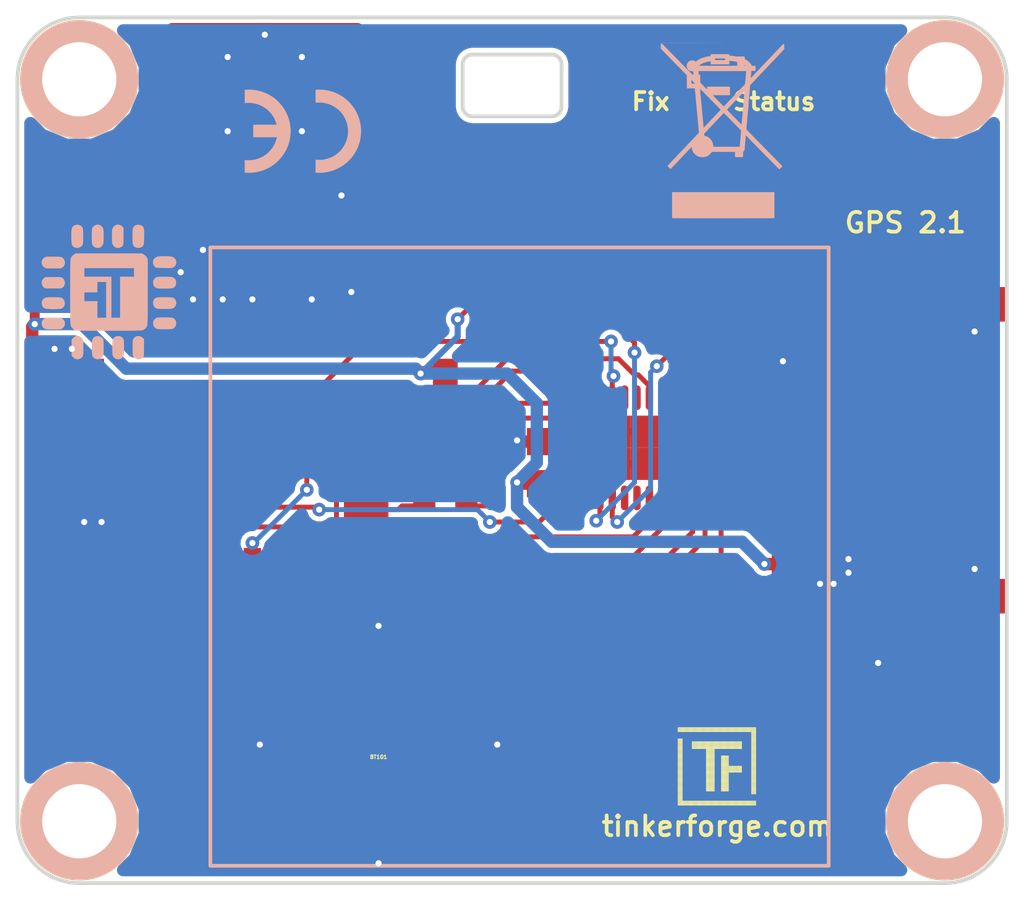
<source format=kicad_pcb>
(kicad_pcb (version 20171130) (host pcbnew 5.0.2-bee76a0~70~ubuntu18.10.1)
  (layers (0 F.Cu signal) (31 B.Cu signal) (34 B.Paste user) (35 F.Paste user) (36 B.SilkS user) (37 F.SilkS user) (38 B.Mask user) (39 F.Mask user) (44 Edge.Cuts user))
  (net 0 "")
  (net 1 GND)
  (net 2 +BATT)
  (net 3 VCC)
  (net 4 "Net-(C101-Pad2)")
  (net 5 "Net-(L101-Pad2)")
  (net 6 RESET)
  (net 7 TXD)
  (net 8 RXD)
  (net 9 1PPS)
  (net 10 "Net-(RP101-Pad5)")
  (net 11 "Net-(RP101-Pad7)")
  (net 12 "Net-(RP101-Pad8)")
  (net 13 RTCM)
  (net 14 INT)
  (net 15 "Net-(D101-Pad2)")
  (net 16 "Net-(P103-Pad2)")
  (net 17 M-CS)
  (net 18 M-CLK)
  (net 19 M-MOSI)
  (net 20 M-MISO)
  (net 21 S-MISO)
  (net 22 S-MOSI)
  (net 23 S-CLK)
  (net 24 S-CS)
  (net 25 "Net-(RP102-Pad1)")
  (net 26 "Net-(RP102-Pad2)")
  (net 27 "Net-(RP102-Pad3)")
  (net 28 "Net-(RP102-Pad4)")
  (net 29 "Net-(D102-Pad2)")
  (net 30 "Net-(RP103-Pad5)")
  (net 31 "Net-(RP103-Pad8)")
  (net 32 "Net-(P101-Pad1)")
  (net 33 "Net-(RP101-Pad3)")
  (net 34 "Net-(RP101-Pad6)")
  (net 35 "Net-(RP103-Pad2)")
  (net 36 "Net-(RP103-Pad3)")
  (net 37 "Net-(RP103-Pad6)")
  (net 38 "Net-(RP103-Pad7)")
  (net 39 "Net-(U101-Pad3)")
  (net 40 "Net-(U101-Pad4)")
  (net 41 "Net-(U101-Pad11)")
  (net 42 "Net-(U101-Pad15)")
  (net 43 "Net-(U101-Pad16)")
  (net 44 "Net-(U102-Pad10)")
  (net 45 "Net-(C1-Pad1)")
  (net 46 "Net-(C106-Pad2)")
  (net 47 "Net-(P101-Pad4)")
  (net 48 "Net-(P101-Pad5)")
  (net 49 "Net-(P101-Pad6)")
  (net 50 "Net-(P104-Pad1)")
  (module kicad-libraries:FT-GPS-001 (layer B.Cu) (at 186.7 107.7)
    (fp_text reference REF**)
    (fp_text value FT-GPS-001)
  )
  (module kicad-libraries:CON-SENSOR2 (layer F.Cu) (at 206.4 103.4 90)
    (fp_text reference P101)
    (fp_text value CON-SENSOR)
    (pad 1 smd rect (at -3.75 -4.6 90) (size 0.6 1.8) (layers F.Cu F.Paste F.Mask) (net 32 "Net-(P101-Pad1)"))
    (pad 2 smd rect (at -2.5 -4.6 90) (size 0.6 1.8) (layers F.Cu F.Paste F.Mask) (net 1 GND))
    (pad EP smd rect (at -5.9 -1.2 90) (size 1.4 2.4) (layers F.Cu F.Paste F.Mask) (net 1 GND))
    (pad EP smd rect (at 5.9 -1.2 90) (size 1.4 2.4) (layers F.Cu F.Paste F.Mask) (net 1 GND))
    (pad 3 smd rect (at -1.25 -4.6 90) (size 0.6 1.8) (layers F.Cu F.Paste F.Mask) (net 4 "Net-(C101-Pad2)"))
    (pad 4 smd rect (at 0 -4.6 90) (size 0.6 1.8) (layers F.Cu F.Paste F.Mask) (net 47 "Net-(P101-Pad4)"))
    (pad 5 smd rect (at 1.25 -4.6 90) (size 0.6 1.8) (layers F.Cu F.Paste F.Mask) (net 48 "Net-(P101-Pad5)"))
    (pad 6 smd rect (at 2.5 -4.6 90) (size 0.6 1.8) (layers F.Cu F.Paste F.Mask) (net 49 "Net-(P101-Pad6)"))
    (pad 7 smd rect (at 3.75 -4.6 90) (size 0.6 1.8) (layers F.Cu F.Paste F.Mask) (net 45 "Net-(C1-Pad1)"))
  )
  (module kicad-libraries:Fiducial_Mark (layer F.Cu) (at 199.9 91.4)
    (fp_text reference Fiducial_Mark hide)
    (fp_text value VAL** hide)
    (pad 1 smd circle (at 0 0) (size 1.00076 1.00076) (layers F.Cu F.Paste F.Mask) (clearance 0.65024))
  )
  (module kicad-libraries:Fiducial_Mark (layer F.Cu) (at 167.9 92.9)
    (fp_text reference Fiducial_Mark hide)
    (fp_text value VAL** hide)
    (pad 1 smd circle (at 0 0) (size 1.00076 1.00076) (layers F.Cu F.Paste F.Mask) (clearance 0.65024))
  )
  (module kicad-libraries:Fiducial_Mark (layer F.Cu) (at 204.9 113.4)
    (fp_text reference Fiducial_Mark hide)
    (fp_text value VAL** hide)
    (pad 1 smd circle (at 0 0) (size 1.00076 1.00076) (layers F.Cu F.Paste F.Mask) (clearance 0.65024))
  )
  (module kicad-libraries:Logo_CoMCU (layer B.Cu) (at 170.1 97 180)
    (fp_text reference G*** hide)
    (fp_text value LOGO hide)
  )
  (module kicad-libraries:SolderJumper (layer F.Cu) (at 199.8 112 180)
    (fp_text reference P103)
    (fp_text value Boot)
    (pad 2 smd rect (at 0.55 0 180) (size 0.3 1.4) (layers F.Cu F.Mask) (net 16 "Net-(P103-Pad2)"))
    (pad 2 smd rect (at 0.15 0 180) (size 0.6 0.5) (layers F.Cu F.Mask) (net 16 "Net-(P103-Pad2)"))
    (pad 1 smd rect (at -0.5 0 180) (size 0.4 1.4) (layers F.Cu F.Mask) (net 1 GND))
    (pad 1 smd rect (at -0.225 0.55 180) (size 0.95 0.3) (layers F.Cu F.Mask) (net 1 GND))
    (pad 1 smd rect (at -0.225 -0.55 180) (size 0.95 0.3) (layers F.Cu F.Mask) (net 1 GND))
  )
  (module kicad-libraries:0603X4 (layer F.Cu) (at 191.7 96.1)
    (fp_text reference RP103)
    (fp_text value 1k)
    (pad 1 smd rect (at 1.19888 -0.8509) (size 0.44958 0.89916) (layers F.Cu F.Paste F.Mask) (net 15 "Net-(D101-Pad2)"))
    (pad 2 smd rect (at 0.39878 -0.8509) (size 0.44958 0.89916) (layers F.Cu F.Paste F.Mask) (net 35 "Net-(RP103-Pad2)"))
    (pad 3 smd rect (at -0.39878 -0.8509) (size 0.44958 0.89916) (layers F.Cu F.Paste F.Mask) (net 36 "Net-(RP103-Pad3)"))
    (pad 4 smd rect (at -1.19888 -0.8509) (size 0.44958 0.89916) (layers F.Cu F.Paste F.Mask) (net 29 "Net-(D102-Pad2)"))
    (pad 5 smd rect (at -1.19888 0.8509) (size 0.44958 0.89916) (layers F.Cu F.Paste F.Mask) (net 30 "Net-(RP103-Pad5)"))
    (pad 6 smd rect (at -0.39878 0.8509) (size 0.44958 0.89916) (layers F.Cu F.Paste F.Mask) (net 37 "Net-(RP103-Pad6)"))
    (pad 7 smd rect (at 0.39878 0.8509) (size 0.44958 0.89916) (layers F.Cu F.Paste F.Mask) (net 38 "Net-(RP103-Pad7)"))
    (pad 8 smd rect (at 1.19888 0.8509) (size 0.44958 0.89916) (layers F.Cu F.Paste F.Mask) (net 31 "Net-(RP103-Pad8)"))
  )
  (module kicad-libraries:D0603E (layer F.Cu) (at 192 87.6)
    (fp_text reference D102)
    (fp_text value "LED green")
    (pad 1 smd rect (at -0.8501 0) (size 1.1 1) (layers F.Cu F.Paste F.Mask) (net 3 VCC))
    (pad 2 smd rect (at 0.8501 0) (size 1.1 1) (layers F.Cu F.Paste F.Mask) (net 29 "Net-(D102-Pad2)"))
  )
  (module kicad-libraries:WEEE_7mm_back (layer B.Cu) (at 194.9 90.5)
    (fp_text reference VAL hide)
    (fp_text value WEEE_7mm_back hide)
  )
  (module kicad-libraries:QFN24-4x4mm-0.5mm (layer F.Cu) (at 191.2 103.3 270)
    (fp_text reference U101)
    (fp_text value XMC1302-32)
    (pad 1 smd oval (at -2.025 -1.25 270) (size 1 0.3) (layers F.Cu F.Paste F.Mask) (net 21 S-MISO))
    (pad 2 smd oval (at -2.025 -0.75 270) (size 1 0.3) (layers F.Cu F.Paste F.Mask) (net 6 RESET))
    (pad 3 smd oval (at -2.025 -0.25 270) (size 1 0.3) (layers F.Cu F.Paste F.Mask) (net 39 "Net-(U101-Pad3)"))
    (pad 4 smd oval (at -2.025 0.25 270) (size 1 0.3) (layers F.Cu F.Paste F.Mask) (net 40 "Net-(U101-Pad4)"))
    (pad 5 smd oval (at -2.025 0.75 270) (size 1 0.3) (layers F.Cu F.Paste F.Mask) (net 14 INT))
    (pad 6 smd oval (at -2.025 1.25 270) (size 1 0.3) (layers F.Cu F.Paste F.Mask) (net 9 1PPS))
    (pad 7 smd oval (at -1.25 2.025) (size 1 0.3) (layers F.Cu F.Paste F.Mask) (net 8 RXD))
    (pad 8 smd oval (at -0.75 2.025) (size 1 0.3) (layers F.Cu F.Paste F.Mask) (net 7 TXD))
    (pad 9 smd oval (at -0.25 2.025) (size 1 0.3) (layers F.Cu F.Paste F.Mask) (net 1 GND))
    (pad 10 smd oval (at 0.25 2.025) (size 1 0.3) (layers F.Cu F.Paste F.Mask) (net 3 VCC))
    (pad 11 smd oval (at 0.75 2.025) (size 1 0.3) (layers F.Cu F.Paste F.Mask) (net 41 "Net-(U101-Pad11)"))
    (pad 12 smd oval (at 1.25 2.025) (size 1 0.3) (layers F.Cu F.Paste F.Mask) (net 13 RTCM))
    (pad 13 smd oval (at 2.025 1.25 270) (size 1 0.3) (layers F.Cu F.Paste F.Mask) (net 30 "Net-(RP103-Pad5)"))
    (pad 14 smd oval (at 2.025 0.75 270) (size 1 0.3) (layers F.Cu F.Paste F.Mask) (net 31 "Net-(RP103-Pad8)"))
    (pad 15 smd oval (at 2.025 0.25 270) (size 1 0.3) (layers F.Cu F.Paste F.Mask) (net 42 "Net-(U101-Pad15)"))
    (pad 16 smd oval (at 2.025 -0.25 270) (size 1 0.3) (layers F.Cu F.Paste F.Mask) (net 43 "Net-(U101-Pad16)"))
    (pad 17 smd oval (at 2.025 -0.75 270) (size 1 0.3) (layers F.Cu F.Paste F.Mask) (net 20 M-MISO))
    (pad 18 smd oval (at 2.025 -1.25 270) (size 1 0.3) (layers F.Cu F.Paste F.Mask) (net 19 M-MOSI))
    (pad 19 smd oval (at 1.25 -2.025) (size 1 0.3) (layers F.Cu F.Paste F.Mask) (net 18 M-CLK))
    (pad 20 smd oval (at 0.75 -2.025) (size 1 0.3) (layers F.Cu F.Paste F.Mask) (net 17 M-CS))
    (pad 21 smd oval (at 0.25 -2.025) (size 1 0.3) (layers F.Cu F.Paste F.Mask) (net 16 "Net-(P103-Pad2)"))
    (pad 22 smd oval (at -0.25 -2.025) (size 1 0.3) (layers F.Cu F.Paste F.Mask) (net 24 S-CS))
    (pad 23 smd oval (at -0.75 -2.025) (size 1 0.3) (layers F.Cu F.Paste F.Mask) (net 23 S-CLK))
    (pad 24 smd oval (at -1.25 -2.025) (size 1 0.3) (layers F.Cu F.Paste F.Mask) (net 22 S-MOSI))
    (pad EXP smd rect (at 0.65 0.65 270) (size 1.3 1.3) (layers F.Cu F.Paste F.Mask) (net 1 GND))
    (pad EXP smd rect (at 0.65 -0.65 270) (size 1.3 1.3) (layers F.Cu F.Paste F.Mask) (net 1 GND))
    (pad EXP smd rect (at -0.65 0.65 270) (size 1.3 1.3) (layers F.Cu F.Paste F.Mask) (net 1 GND))
    (pad EXP smd rect (at -0.65 -0.65 270) (size 1.3 1.3) (layers F.Cu F.Paste F.Mask) (net 1 GND))
  )
  (module kicad-libraries:Logo_31x31 (layer F.Cu) (at 193.1 114.6)
    (fp_text reference G*** hide)
    (fp_text value Logo_31x31 hide)
  )
  (module kicad-libraries:0603X4 (layer F.Cu) (at 183.7 104.45 270)
    (fp_text reference RP101)
    (fp_text value 270)
    (pad 1 smd rect (at 1.19888 -0.8509 270) (size 0.44958 0.89916) (layers F.Cu F.Paste F.Mask) (net 7 TXD))
    (pad 2 smd rect (at 0.39878 -0.8509 270) (size 0.44958 0.89916) (layers F.Cu F.Paste F.Mask) (net 8 RXD))
    (pad 3 smd rect (at -0.39878 -0.8509 270) (size 0.44958 0.89916) (layers F.Cu F.Paste F.Mask) (net 33 "Net-(RP101-Pad3)"))
    (pad 4 smd rect (at -1.19888 -0.8509 270) (size 0.44958 0.89916) (layers F.Cu F.Paste F.Mask) (net 9 1PPS))
    (pad 5 smd rect (at -1.19888 0.8509 270) (size 0.44958 0.89916) (layers F.Cu F.Paste F.Mask) (net 10 "Net-(RP101-Pad5)"))
    (pad 6 smd rect (at -0.39878 0.8509 270) (size 0.44958 0.89916) (layers F.Cu F.Paste F.Mask) (net 34 "Net-(RP101-Pad6)"))
    (pad 7 smd rect (at 0.39878 0.8509 270) (size 0.44958 0.89916) (layers F.Cu F.Paste F.Mask) (net 11 "Net-(RP101-Pad7)"))
    (pad 8 smd rect (at 1.19888 0.8509 270) (size 0.44958 0.89916) (layers F.Cu F.Paste F.Mask) (net 12 "Net-(RP101-Pad8)"))
  )
  (module kicad-libraries:0603X4 (layer F.Cu) (at 183.7 108.1 90)
    (fp_text reference RP102)
    (fp_text value 270)
    (pad 1 smd rect (at 1.19888 -0.8509 90) (size 0.44958 0.89916) (layers F.Cu F.Paste F.Mask) (net 25 "Net-(RP102-Pad1)"))
    (pad 2 smd rect (at 0.39878 -0.8509 90) (size 0.44958 0.89916) (layers F.Cu F.Paste F.Mask) (net 26 "Net-(RP102-Pad2)"))
    (pad 3 smd rect (at -0.39878 -0.8509 90) (size 0.44958 0.89916) (layers F.Cu F.Paste F.Mask) (net 27 "Net-(RP102-Pad3)"))
    (pad 4 smd rect (at -1.19888 -0.8509 90) (size 0.44958 0.89916) (layers F.Cu F.Paste F.Mask) (net 28 "Net-(RP102-Pad4)"))
    (pad 5 smd rect (at -1.19888 0.8509 90) (size 0.44958 0.89916) (layers F.Cu F.Paste F.Mask) (net 17 M-CS))
    (pad 6 smd rect (at -0.39878 0.8509 90) (size 0.44958 0.89916) (layers F.Cu F.Paste F.Mask) (net 18 M-CLK))
    (pad 7 smd rect (at 0.39878 0.8509 90) (size 0.44958 0.89916) (layers F.Cu F.Paste F.Mask) (net 19 M-MOSI))
    (pad 8 smd rect (at 1.19888 0.8509 90) (size 0.44958 0.89916) (layers F.Cu F.Paste F.Mask) (net 20 M-MISO))
  )
  (module kicad-libraries:D0603E (layer F.Cu) (at 197 87.6)
    (fp_text reference D101)
    (fp_text value "LED blue")
    (pad 1 smd rect (at -0.8501 0) (size 1.1 1) (layers F.Cu F.Paste F.Mask) (net 3 VCC))
    (pad 2 smd rect (at 0.8501 0) (size 1.1 1) (layers F.Cu F.Paste F.Mask) (net 15 "Net-(D101-Pad2)"))
  )
  (module kicad-libraries:DRILL_NP (layer F.Cu) (at 168.9 118.4)
    (fp_text reference U106 hide)
    (fp_text value DRILL hide)
    (pad "" np_thru_hole circle (at 0 0) (size 2.99974 2.99974) (drill 2.99974) (layers *.Cu *.Mask F.SilkS) (clearance 0.89916))
  )
  (module kicad-libraries:DRILL_NP (layer F.Cu) (at 168.9 88.4)
    (fp_text reference U105 hide)
    (fp_text value DRILL hide)
    (pad "" np_thru_hole circle (at 0 0) (size 2.99974 2.99974) (drill 2.99974) (layers *.Cu *.Mask F.SilkS) (clearance 0.89916))
  )
  (module kicad-libraries:DRILL_NP (layer F.Cu) (at 203.9 118.4)
    (fp_text reference U104 hide)
    (fp_text value DRILL hide)
    (pad "" np_thru_hole circle (at 0 0) (size 2.99974 2.99974) (drill 2.99974) (layers *.Cu *.Mask F.SilkS) (clearance 0.89916))
  )
  (module kicad-libraries:DRILL_NP (layer F.Cu) (at 203.9 88.4)
    (fp_text reference U103 hide)
    (fp_text value DRILL hide)
    (pad "" np_thru_hole circle (at 0 0) (size 2.99974 2.99974) (drill 2.99974) (layers *.Cu *.Mask F.SilkS) (clearance 0.89916))
  )
  (module kicad-libraries:C0603E (layer F.Cu) (at 199.1 105.7 90)
    (fp_text reference C101)
    (fp_text value 1uF)
    (pad 1 smd rect (at -0.8501 0 90) (size 1.1 1) (layers F.Cu F.Paste F.Mask) (net 1 GND))
    (pad 2 smd rect (at 0.8501 0 90) (size 1.1 1) (layers F.Cu F.Paste F.Mask) (net 4 "Net-(C101-Pad2)"))
  )
  (module kicad-libraries:C0603E (layer F.Cu) (at 198.3 108 180)
    (fp_text reference C102)
    (fp_text value 10uF)
    (pad 1 smd rect (at -0.8501 0 180) (size 1.1 1) (layers F.Cu F.Paste F.Mask) (net 1 GND))
    (pad 2 smd rect (at 0.8501 0 180) (size 1.1 1) (layers F.Cu F.Paste F.Mask) (net 3 VCC))
  )
  (module kicad-libraries:C0603E (layer F.Cu) (at 187.5 103.9 270)
    (fp_text reference C103)
    (fp_text value 100nF)
    (pad 1 smd rect (at -0.8501 0 270) (size 1.1 1) (layers F.Cu F.Paste F.Mask) (net 1 GND))
    (pad 2 smd rect (at 0.8501 0 270) (size 1.1 1) (layers F.Cu F.Paste F.Mask) (net 3 VCC))
  )
  (module kicad-libraries:C0603E (layer F.Cu) (at 169.4 101.1 270)
    (fp_text reference C104)
    (fp_text value 100nF)
    (pad 1 smd rect (at -0.8501 0 270) (size 1.1 1) (layers F.Cu F.Paste F.Mask) (net 1 GND))
    (pad 2 smd rect (at 0.8501 0 270) (size 1.1 1) (layers F.Cu F.Paste F.Mask) (net 3 VCC))
  )
  (module kicad-libraries:C0603E (layer F.Cu) (at 168 101.1 270)
    (fp_text reference C105)
    (fp_text value 1uF)
    (pad 1 smd rect (at -0.8501 0 270) (size 1.1 1) (layers F.Cu F.Paste F.Mask) (net 1 GND))
    (pad 2 smd rect (at 0.8501 0 270) (size 1.1 1) (layers F.Cu F.Paste F.Mask) (net 3 VCC))
  )
  (module kicad-libraries:C0603E (layer F.Cu) (at 169.4 104.5 90)
    (fp_text reference C106)
    (fp_text value 1µF)
    (pad 1 smd rect (at -0.8501 0 90) (size 1.1 1) (layers F.Cu F.Paste F.Mask) (net 1 GND))
    (pad 2 smd rect (at 0.8501 0 90) (size 1.1 1) (layers F.Cu F.Paste F.Mask) (net 46 "Net-(C106-Pad2)"))
  )
  (module kicad-libraries:C0603E (layer F.Cu) (at 173 94.4 90)
    (fp_text reference C107)
    (fp_text value 1µF)
    (pad 1 smd rect (at -0.8501 0 90) (size 1.1 1) (layers F.Cu F.Paste F.Mask) (net 1 GND))
    (pad 2 smd rect (at 0.8501 0 90) (size 1.1 1) (layers F.Cu F.Paste F.Mask) (net 3 VCC))
  )
  (module kicad-libraries:C0603E (layer F.Cu) (at 197.5 105.7 270)
    (fp_text reference FB101)
    (fp_text value FB)
    (pad 1 smd rect (at -0.8501 0 270) (size 1.1 1) (layers F.Cu F.Paste F.Mask) (net 4 "Net-(C101-Pad2)"))
    (pad 2 smd rect (at 0.8501 0 270) (size 1.1 1) (layers F.Cu F.Paste F.Mask) (net 3 VCC))
  )
  (module kicad-libraries:R0603E (layer F.Cu) (at 183.7 101.1 270)
    (fp_text reference R102)
    (fp_text value 1k)
    (pad 1 smd rect (at -0.8501 0 270) (size 1.1 1) (layers F.Cu F.Paste F.Mask) (net 3 VCC))
    (pad 2 smd rect (at 0.8501 0 270) (size 1.1 1) (layers F.Cu F.Paste F.Mask) (net 6 RESET))
  )
  (module kicad-libraries:C0603E (layer F.Cu) (at 175.5 93.5)
    (fp_text reference L101)
    (fp_text value 33nH)
    (pad 1 smd rect (at -0.8501 0) (size 1.1 1) (layers F.Cu F.Paste F.Mask) (net 3 VCC))
    (pad 2 smd rect (at 0.8501 0) (size 1.1 1) (layers F.Cu F.Paste F.Mask) (net 5 "Net-(L101-Pad2)"))
  )
  (module kicad-libraries:BATTERY_HOLDER_BK870 (layer F.Cu) (at 181 115.3)
    (fp_text reference BT101 (at 0 0.5) (layer F.SilkS) (effects (font (size 0.15 0.15) (thickness 0.0375))))
    (fp_text value Battery)
    (pad 1 smd rect (at -7.7 0) (size 3.2 3.2) (layers F.Cu F.Paste F.Mask) (net 2 +BATT))
    (pad 1 smd rect (at 7.7 0) (size 3.2 3.2) (layers F.Cu F.Paste F.Mask) (net 2 +BATT))
    (pad 2 smd circle (at 0 0) (size 8.13 8.13) (layers F.Cu F.Mask) (net 1 GND))
  )
  (module kicad-libraries:FireFlyX1 (layer F.Cu) (at 175.9 103.4 270)
    (fp_text reference U102)
    (fp_text value FireFlyX1)
    (pad 1 smd rect (at -4.85 -2.4 270) (size 1.8 0.7) (layers F.Cu F.Paste F.Mask) (net 1 GND))
    (pad 2 smd rect (at -4.85 -1.2 270) (size 1.8 0.7) (layers F.Cu F.Paste F.Mask) (net 50 "Net-(P104-Pad1)"))
    (pad 3 smd rect (at -4.85 0 270) (size 1.8 0.7) (layers F.Cu F.Paste F.Mask) (net 1 GND))
    (pad 4 smd rect (at -4.85 1.2 270) (size 1.8 0.7) (layers F.Cu F.Paste F.Mask) (net 1 GND))
    (pad 5 smd rect (at -4.85 2.4 270) (size 1.8 0.7) (layers F.Cu F.Paste F.Mask) (net 1 GND))
    (pad 6 smd rect (at -2.4 4.6 270) (size 0.7 1.8) (layers F.Cu F.Paste F.Mask) (net 1 GND))
    (pad 7 smd rect (at -1.2 4.6 270) (size 0.7 1.8) (layers F.Cu F.Paste F.Mask) (net 3 VCC))
    (pad 8 smd rect (at 0 4.6 270) (size 0.7 1.8) (layers F.Cu F.Paste F.Mask) (net 46 "Net-(C106-Pad2)"))
    (pad 9 smd rect (at 1.2 4.6 270) (size 0.7 1.8) (layers F.Cu F.Paste F.Mask) (net 1 GND))
    (pad 10 smd rect (at 2.4 4.6 270) (size 0.7 1.8) (layers F.Cu F.Paste F.Mask) (net 44 "Net-(U102-Pad10)"))
    (pad 11 smd rect (at 4.85 2.4 270) (size 1.8 0.7) (layers F.Cu F.Paste F.Mask) (net 13 RTCM))
    (pad 12 smd rect (at 4.85 1.2 270) (size 1.8 0.7) (layers F.Cu F.Paste F.Mask) (net 25 "Net-(RP102-Pad1)"))
    (pad 13 smd rect (at 4.85 0 270) (size 1.8 0.7) (layers F.Cu F.Paste F.Mask) (net 14 INT))
    (pad 14 smd rect (at 4.85 -1.2 270) (size 1.8 0.7) (layers F.Cu F.Paste F.Mask) (net 26 "Net-(RP102-Pad2)"))
    (pad 15 smd rect (at 4.85 -2.4 270) (size 1.8 0.7) (layers F.Cu F.Paste F.Mask) (net 27 "Net-(RP102-Pad3)"))
    (pad 16 smd rect (at 2.4 -4.6 270) (size 0.7 1.8) (layers F.Cu F.Paste F.Mask) (net 12 "Net-(RP101-Pad8)"))
    (pad 17 smd rect (at 1.2 -4.6 270) (size 0.7 1.8) (layers F.Cu F.Paste F.Mask) (net 11 "Net-(RP101-Pad7)"))
    (pad 18 smd rect (at 0 -4.6 270) (size 0.7 1.8) (layers F.Cu F.Paste F.Mask) (net 10 "Net-(RP101-Pad5)"))
    (pad 19 smd rect (at -1.2 -4.6 270) (size 0.7 1.8) (layers F.Cu F.Paste F.Mask) (net 6 RESET))
    (pad 20 smd rect (at -2.4 -4.6 270) (size 0.7 1.8) (layers F.Cu F.Paste F.Mask) (net 28 "Net-(RP102-Pad4)"))
  )
  (module kicad-libraries:CE_5mm (layer B.Cu) (at 177.9 90.5 180)
    (fp_text reference VAL hide)
    (fp_text value CE_5mm hide)
  )
  (module kicad-libraries:U.FL-CON (layer F.Cu) (at 176.4 89)
    (fp_text reference P104)
    (fp_text value U.FL)
    (pad 2 smd rect (at -1.45034 0) (size 1.09982 2.19964) (layers F.Cu F.Paste F.Mask) (net 1 GND))
    (pad 2 smd rect (at 1.45034 0) (size 1.09982 2.19964) (layers F.Cu F.Paste F.Mask) (net 1 GND))
    (pad 2 smd rect (at 0 -1.50114) (size 1.00076 1.00076) (layers F.Cu F.Paste F.Mask) (net 1 GND))
    (pad 1 smd rect (at 0 1.50114) (size 1.00076 1.05156) (layers F.Cu F.Paste F.Mask) (net 50 "Net-(P104-Pad1)"))
  )
  (module kicad-libraries:C0402F (layer F.Cu) (at 198.5 99.8 180)
    (fp_text reference C1)
    (fp_text value 220pF)
    (pad 2 smd rect (at 0.5 0 180) (size 0.6 0.7) (layers F.Cu F.Paste F.Mask) (net 1 GND))
    (pad 1 smd rect (at -0.5 0 180) (size 0.6 0.7) (layers F.Cu F.Paste F.Mask) (net 45 "Net-(C1-Pad1)"))
  )
  (module kicad-libraries:4X0402 (layer F.Cu) (at 198.5 101.5 90)
    (fp_text reference RP2)
    (fp_text value 82)
    (pad 1 smd rect (at -0.7493 0.575 270) (size 0.29972 0.65) (layers F.Cu F.Paste F.Mask) (net 47 "Net-(P101-Pad4)"))
    (pad 2 smd rect (at -0.24892 0.575 270) (size 0.29972 0.65) (layers F.Cu F.Paste F.Mask) (net 48 "Net-(P101-Pad5)"))
    (pad 3 smd rect (at 0.24892 0.575 270) (size 0.29972 0.65) (layers F.Cu F.Paste F.Mask) (net 49 "Net-(P101-Pad6)"))
    (pad 4 smd rect (at 0.7493 0.575 270) (size 0.29972 0.65) (layers F.Cu F.Paste F.Mask) (net 45 "Net-(C1-Pad1)"))
    (pad 5 smd rect (at 0.7493 -0.575 90) (size 0.29972 0.65) (layers F.Cu F.Paste F.Mask) (net 21 S-MISO))
    (pad 6 smd rect (at 0.24892 -0.575 90) (size 0.29972 0.65) (layers F.Cu F.Paste F.Mask) (net 22 S-MOSI))
    (pad 7 smd rect (at -0.24892 -0.575 90) (size 0.29972 0.65) (layers F.Cu F.Paste F.Mask) (net 23 S-CLK))
    (pad 8 smd rect (at -0.7493 -0.575 90) (size 0.29972 0.65) (layers F.Cu F.Paste F.Mask) (net 24 S-CS))
  )
  (gr_line (start 188 89.9) (end 184.8 89.9) (angle 90) (layer Edge.Cuts) (width 0.15))
  (gr_line (start 184.8 87.4) (end 188 87.4) (angle 90) (layer Edge.Cuts) (width 0.15))
  (gr_line (start 184.4 89.5) (end 184.4 87.8) (angle 90) (layer Edge.Cuts) (width 0.15))
  (gr_line (start 188.4 89.5) (end 188.4 87.8) (angle 90) (layer Edge.Cuts) (width 0.15))
  (gr_arc (start 184.8 89.5) (end 184.8 89.9) (angle 90) (layer Edge.Cuts) (width 0.15))
  (gr_arc (start 188 89.5) (end 188.4 89.5) (angle 90) (layer Edge.Cuts) (width 0.15))
  (gr_arc (start 188 87.8) (end 188 87.4) (angle 90) (layer Edge.Cuts) (width 0.15))
  (gr_arc (start 184.8 87.8) (end 184.4 87.8) (angle 90) (layer Edge.Cuts) (width 0.15))
  (gr_text Fix (at 192 89.3) (layer F.SilkS) (effects (font (size 0.7 0.7))))
  (gr_text Status (at 197 89.3) (layer F.SilkS) (effects (font (size 0.7 0.7))))
  (gr_line (start 203.9 85.9) (end 168.9 85.9) (angle 90) (layer Edge.Cuts) (width 0.15))
  (gr_line (start 206.4 118.4) (end 206.4 88.4) (angle 90) (layer Edge.Cuts) (width 0.15))
  (gr_line (start 168.9 120.9) (end 203.9 120.9) (angle 90) (layer Edge.Cuts) (width 0.15))
  (gr_line (start 166.4 88.4) (end 166.4 118.4) (angle 90) (layer Edge.Cuts) (width 0.15))
  (gr_arc (start 168.9 88.4) (end 166.4 88.4) (angle 90) (layer Edge.Cuts) (width 0.15))
  (gr_arc (start 203.9 88.4) (end 203.9 85.9) (angle 90) (layer Edge.Cuts) (width 0.15))
  (gr_arc (start 203.9 118.4) (end 206.4 118.4) (angle 90) (layer Edge.Cuts) (width 0.15))
  (gr_arc (start 168.9 118.4) (end 168.9 120.9) (angle 90) (layer Edge.Cuts) (width 0.15))
  (gr_text "GPS 2.1" (at 202.3 94.2) (layer F.SilkS) (effects (font (size 0.8 0.8))))
  (gr_text tinkerforge.com (at 194.7 118.6) (layer F.SilkS) (effects (font (size 0.8 0.8))))
  (segment (start 199.1501 108) (end 199.8 108) (width 0.5) (layer F.Cu) (net 1))
  (via (at 200 107.8) (size 0.55) (drill 0.25) (layers F.Cu B.Cu) (net 1))
  (segment (start 199.8 108) (end 200 107.8) (width 0.5) (layer F.Cu) (net 1))
  (segment (start 199.1501 108) (end 199.65 108) (width 0.5) (layer F.Cu) (net 1))
  (segment (start 199.65 108) (end 200 108.35) (width 0.5) (layer F.Cu) (net 1))
  (via (at 200 108.35) (size 0.55) (drill 0.25) (layers F.Cu B.Cu) (net 1))
  (segment (start 199.1501 108) (end 199.1501 108.5501) (width 0.5) (layer F.Cu) (net 1))
  (via (at 199.4 108.8) (size 0.55) (drill 0.25) (layers F.Cu B.Cu) (net 1))
  (segment (start 199.1501 108.5501) (end 199.4 108.8) (width 0.5) (layer F.Cu) (net 1))
  (segment (start 199.1501 108) (end 199.1501 108.4999) (width 0.5) (layer F.Cu) (net 1))
  (segment (start 199.1501 108.4999) (end 198.85 108.8) (width 0.5) (layer F.Cu) (net 1))
  (via (at 198.85 108.8) (size 0.55) (drill 0.25) (layers F.Cu B.Cu) (net 1))
  (segment (start 199.1 106.5501) (end 199.1 107.9499) (width 0.5) (layer F.Cu) (net 1))
  (segment (start 199.1 107.9499) (end 199.1501 108) (width 0.5) (layer F.Cu) (net 1))
  (segment (start 205.05 109.3) (end 205.05 108.25) (width 0.5) (layer F.Cu) (net 1))
  (via (at 205.1 108.2) (size 0.55) (drill 0.25) (layers F.Cu B.Cu) (net 1))
  (segment (start 205.05 108.25) (end 205.1 108.2) (width 0.5) (layer F.Cu) (net 1))
  (segment (start 205.05 97.5) (end 205.05 98.55) (width 0.5) (layer F.Cu) (net 1))
  (via (at 205.1 98.6) (size 0.55) (drill 0.25) (layers F.Cu B.Cu) (net 1))
  (segment (start 205.05 98.55) (end 205.1 98.6) (width 0.5) (layer F.Cu) (net 1))
  (segment (start 201.8 105.9) (end 200.5 105.9) (width 0.5) (layer F.Cu) (net 1))
  (segment (start 199.8499 106.5501) (end 199.1 106.5501) (width 0.5) (layer F.Cu) (net 1))
  (segment (start 200.5 105.9) (end 199.8499 106.5501) (width 0.5) (layer F.Cu) (net 1))
  (segment (start 181 115.3) (end 176.2 115.3) (width 0.5) (layer F.Cu) (net 1))
  (via (at 176.2 115.3) (size 0.55) (drill 0.25) (layers F.Cu B.Cu) (net 1))
  (segment (start 181 115.3) (end 185.8 115.3) (width 0.5) (layer F.Cu) (net 1))
  (via (at 185.8 115.3) (size 0.55) (drill 0.25) (layers F.Cu B.Cu) (net 1))
  (segment (start 181 115.3) (end 181 120.1) (width 0.5) (layer F.Cu) (net 1))
  (via (at 181 120.1) (size 0.55) (drill 0.25) (layers F.Cu B.Cu) (net 1))
  (segment (start 181 115.3) (end 181 110.5) (width 0.5) (layer F.Cu) (net 1))
  (via (at 181 110.5) (size 0.55) (drill 0.25) (layers F.Cu B.Cu) (net 1))
  (segment (start 200.025 112.55) (end 200.15 112.55) (width 0.2) (layer F.Cu) (net 1))
  (segment (start 200.15 112.55) (end 200.35 112.35) (width 0.2) (layer F.Cu) (net 1))
  (segment (start 200.35 112.35) (end 200.35 112) (width 0.2) (layer F.Cu) (net 1))
  (segment (start 200.35 112) (end 200.3 112) (width 0.2) (layer F.Cu) (net 1))
  (segment (start 200.025 111.45) (end 200.15 111.45) (width 0.2) (layer F.Cu) (net 1))
  (segment (start 200.15 111.45) (end 200.35 111.65) (width 0.2) (layer F.Cu) (net 1))
  (segment (start 200.35 111.65) (end 200.35 112) (width 0.2) (layer F.Cu) (net 1))
  (segment (start 200.35 112) (end 200.3 112) (width 0.2) (layer F.Cu) (net 1))
  (segment (start 200.35 112) (end 201.2 112) (width 0.2) (layer F.Cu) (net 1))
  (via (at 201.2 112) (size 0.55) (drill 0.25) (layers F.Cu B.Cu) (net 1))
  (segment (start 179.5 93.1) (end 179.5 96.6) (width 0.7) (layer B.Cu) (net 1))
  (segment (start 178.3 94.3) (end 179.5 93.1) (width 0.7) (layer B.Cu) (net 1))
  (via (at 179.5 93.1) (size 0.55) (drill 0.25) (layers F.Cu B.Cu) (net 1))
  (segment (start 178.3 98.55) (end 178.3 97.3) (width 0.4) (layer F.Cu) (net 1))
  (via (at 178.3 97.3) (size 0.55) (drill 0.25) (layers F.Cu B.Cu) (net 1))
  (segment (start 178.3 97.3) (end 178.3 94.3) (width 0.7) (layer B.Cu) (net 1))
  (via (at 179.9 97) (size 0.55) (drill 0.25) (layers F.Cu B.Cu) (net 1))
  (segment (start 179.5 96.6) (end 179.9 97) (width 0.7) (layer B.Cu) (net 1))
  (segment (start 187.5 103.0499) (end 186.6499 103.0499) (width 0.5) (layer F.Cu) (net 1))
  (via (at 186.6 103) (size 0.55) (drill 0.25) (layers F.Cu B.Cu) (net 1))
  (segment (start 186.6499 103.0499) (end 186.6 103) (width 0.5) (layer F.Cu) (net 1))
  (segment (start 191.85 103.95) (end 190.55 103.95) (width 0.3) (layer F.Cu) (net 1))
  (segment (start 190.55 103.95) (end 190.55 102.65) (width 0.3) (layer F.Cu) (net 1))
  (segment (start 190.55 102.65) (end 191.85 102.65) (width 0.3) (layer F.Cu) (net 1))
  (segment (start 190.15 103.05) (end 190.55 102.65) (width 0.3) (layer F.Cu) (net 1))
  (segment (start 189.175 103.05) (end 187.5001 103.05) (width 0.3) (layer F.Cu) (net 1))
  (segment (start 187.5001 103.05) (end 187.5 103.0499) (width 0.3) (layer F.Cu) (net 1))
  (segment (start 177.85034 89) (end 177.85034 87.54966) (width 0.4) (layer F.Cu) (net 1))
  (via (at 177.9 87.5) (size 0.55) (drill 0.25) (layers F.Cu B.Cu) (net 1))
  (segment (start 177.85034 87.54966) (end 177.9 87.5) (width 0.4) (layer F.Cu) (net 1))
  (segment (start 177.85034 89) (end 177.85034 90.45034) (width 0.4) (layer F.Cu) (net 1))
  (via (at 177.9 90.5) (size 0.55) (drill 0.25) (layers F.Cu B.Cu) (net 1))
  (segment (start 177.85034 90.45034) (end 177.9 90.5) (width 0.4) (layer F.Cu) (net 1))
  (segment (start 174.94966 89) (end 174.94966 90.45034) (width 0.4) (layer F.Cu) (net 1))
  (via (at 174.9 90.5) (size 0.55) (drill 0.25) (layers F.Cu B.Cu) (net 1))
  (segment (start 174.94966 90.45034) (end 174.9 90.5) (width 0.4) (layer F.Cu) (net 1))
  (segment (start 174.94966 89) (end 174.94966 87.54966) (width 0.4) (layer F.Cu) (net 1))
  (via (at 174.9 87.5) (size 0.55) (drill 0.25) (layers F.Cu B.Cu) (net 1))
  (segment (start 174.94966 87.54966) (end 174.9 87.5) (width 0.4) (layer F.Cu) (net 1))
  (segment (start 176.4 87.49886) (end 176.4 86.6) (width 0.4) (layer F.Cu) (net 1))
  (via (at 176.4 86.6) (size 0.55) (drill 0.25) (layers F.Cu B.Cu) (net 1))
  (segment (start 173 95.2501) (end 173.8501 95.2501) (width 0.4) (layer F.Cu) (net 1))
  (via (at 173.9 95.3) (size 0.55) (drill 0.25) (layers F.Cu B.Cu) (net 1))
  (segment (start 173.8501 95.2501) (end 173.9 95.3) (width 0.4) (layer F.Cu) (net 1))
  (segment (start 173 95.2501) (end 173 96.2) (width 0.4) (layer F.Cu) (net 1))
  (via (at 173 96.2) (size 0.55) (drill 0.25) (layers F.Cu B.Cu) (net 1))
  (segment (start 175.9 98.55) (end 175.9 97.3) (width 0.4) (layer F.Cu) (net 1))
  (via (at 175.9 97.3) (size 0.55) (drill 0.25) (layers F.Cu B.Cu) (net 1))
  (segment (start 174.7 98.55) (end 174.7 97.3) (width 0.4) (layer F.Cu) (net 1))
  (via (at 174.7 97.3) (size 0.55) (drill 0.25) (layers F.Cu B.Cu) (net 1))
  (segment (start 173.5 98.55) (end 173.5 97.3) (width 0.4) (layer F.Cu) (net 1))
  (via (at 173.5 97.3) (size 0.55) (drill 0.25) (layers F.Cu B.Cu) (net 1))
  (segment (start 171.3 104.6) (end 170.5 104.6) (width 0.4) (layer F.Cu) (net 1))
  (segment (start 170.5 104.6) (end 169.7499 105.3501) (width 0.4) (layer F.Cu) (net 1))
  (segment (start 169.7499 105.3501) (end 169.4 105.3501) (width 0.4) (layer F.Cu) (net 1))
  (segment (start 169.4 105.3501) (end 169.4 105.9) (width 0.4) (layer F.Cu) (net 1))
  (segment (start 169.4 105.9) (end 169.8 106.3) (width 0.4) (layer F.Cu) (net 1))
  (via (at 169.8 106.3) (size 0.55) (drill 0.25) (layers F.Cu B.Cu) (net 1))
  (segment (start 169.4 105.3501) (end 169.4 106) (width 0.4) (layer F.Cu) (net 1))
  (via (at 169.1 106.3) (size 0.55) (drill 0.25) (layers F.Cu B.Cu) (net 1))
  (segment (start 169.4 106) (end 169.1 106.3) (width 0.4) (layer F.Cu) (net 1))
  (segment (start 168 100.2499) (end 168 99.9) (width 0.4) (layer F.Cu) (net 1))
  (segment (start 168 99.9) (end 168.6 99.3) (width 0.4) (layer F.Cu) (net 1))
  (segment (start 168.6 99.5) (end 168.6 99.3) (width 0.4) (layer F.Cu) (net 1))
  (via (at 168.6 99.3) (size 0.55) (drill 0.25) (layers F.Cu B.Cu) (net 1))
  (segment (start 168 100.1) (end 168.6 99.5) (width 0.4) (layer F.Cu) (net 1))
  (segment (start 168 100.2499) (end 168 100.1) (width 0.4) (layer F.Cu) (net 1))
  (segment (start 168 100.2499) (end 168 99.4) (width 0.4) (layer F.Cu) (net 1))
  (via (at 167.9 99.3) (size 0.55) (drill 0.25) (layers F.Cu B.Cu) (net 1))
  (segment (start 168 99.4) (end 167.9 99.3) (width 0.4) (layer F.Cu) (net 1))
  (segment (start 169.4 100.2499) (end 168 100.2499) (width 0.4) (layer F.Cu) (net 1))
  (segment (start 171.3 101) (end 170.4 101) (width 0.4) (layer F.Cu) (net 1))
  (segment (start 170.4 101) (end 169.6499 100.2499) (width 0.4) (layer F.Cu) (net 1))
  (segment (start 169.6499 100.2499) (end 169.4 100.2499) (width 0.4) (layer F.Cu) (net 1))
  (segment (start 189.175 103.05) (end 190.15 103.05) (width 0.3) (layer F.Cu) (net 1))
  (via (at 197.35 99.8) (size 0.55) (drill 0.25) (layers F.Cu B.Cu) (net 1))
  (segment (start 198 99.8) (end 197.35 99.8) (width 0.2) (layer F.Cu) (net 1))
  (segment (start 173.7 115.8) (end 174.3 115.8) (width 0.4) (layer F.Cu) (net 2))
  (segment (start 171.6 115.3) (end 167.9 111.6) (width 0.5) (layer F.Cu) (net 2))
  (segment (start 173.3 115.3) (end 171.6 115.3) (width 0.5) (layer F.Cu) (net 2))
  (segment (start 167.9 111.6) (end 167.9 104.3) (width 0.5) (layer F.Cu) (net 2))
  (segment (start 167.9 104.3) (end 168.5501 103.6499) (width 0.5) (layer F.Cu) (net 2))
  (segment (start 168.5501 103.6499) (end 169.4 103.6499) (width 0.5) (layer F.Cu) (net 2))
  (segment (start 189.1499 91.2) (end 191.1499 89.2) (width 0.2) (layer F.Cu) (net 3))
  (segment (start 191.1499 89.2) (end 191.1499 87.6) (width 0.2) (layer F.Cu) (net 3))
  (segment (start 189.1499 87.6) (end 189.1499 91.2) (width 0.2) (layer F.Cu) (net 3))
  (segment (start 189.1499 91.2) (end 189.1499 93.1501) (width 0.2) (layer F.Cu) (net 3))
  (segment (start 189.1499 93.1501) (end 184.2 98.1) (width 0.2) (layer F.Cu) (net 3))
  (segment (start 197.4499 108) (end 196.6 108) (width 0.5) (layer F.Cu) (net 3))
  (segment (start 195.7 107.1) (end 188 107.1) (width 0.5) (layer B.Cu) (net 3))
  (segment (start 196.6 108) (end 195.7 107.1) (width 0.5) (layer B.Cu) (net 3))
  (via (at 196.6 108) (size 0.55) (drill 0.25) (layers F.Cu B.Cu) (net 3))
  (segment (start 197.5 106.5501) (end 197.5 107.9499) (width 0.5) (layer F.Cu) (net 3))
  (segment (start 197.5 107.9499) (end 197.4499 108) (width 0.5) (layer F.Cu) (net 3))
  (segment (start 182.5 100.1) (end 170.8 100.1) (width 0.5) (layer B.Cu) (net 3))
  (segment (start 170.8 100.1) (end 169 98.3) (width 0.5) (layer B.Cu) (net 3))
  (segment (start 169 98.3) (end 167.1 98.3) (width 0.5) (layer B.Cu) (net 3))
  (via (at 167.1 98.3) (size 0.55) (drill 0.25) (layers F.Cu B.Cu) (net 3))
  (segment (start 186.6 105.7) (end 186.6 104.7) (width 0.5) (layer B.Cu) (net 3))
  (segment (start 188 107.1) (end 186.6 105.7) (width 0.5) (layer B.Cu) (net 3))
  (segment (start 182.7 100.3) (end 184.2 98.8) (width 0.25) (layer B.Cu) (net 3))
  (segment (start 184.2 98.8) (end 184.2 98.1) (width 0.25) (layer B.Cu) (net 3))
  (via (at 184.2 98.1) (size 0.55) (drill 0.25) (layers F.Cu B.Cu) (net 3))
  (segment (start 196.1499 87.6) (end 195.4 87.6) (width 0.2) (layer F.Cu) (net 3))
  (segment (start 189.1499 86.9501) (end 189.1499 87.6) (width 0.2) (layer F.Cu) (net 3))
  (segment (start 189.6 86.5) (end 189.1499 86.9501) (width 0.2) (layer F.Cu) (net 3))
  (segment (start 194.3 86.5) (end 189.6 86.5) (width 0.2) (layer F.Cu) (net 3))
  (segment (start 195.4 87.6) (end 194.3 86.5) (width 0.2) (layer F.Cu) (net 3))
  (segment (start 187.4 103.9) (end 186.6 104.7) (width 0.5) (layer B.Cu) (net 3))
  (segment (start 186.2 100.3) (end 187.4 101.5) (width 0.5) (layer B.Cu) (net 3))
  (segment (start 182.7 100.3) (end 186.2 100.3) (width 0.5) (layer B.Cu) (net 3))
  (segment (start 187.4 101.5) (end 187.4 103.9) (width 0.5) (layer B.Cu) (net 3))
  (segment (start 168 101.9501) (end 167.5501 101.9501) (width 0.5) (layer F.Cu) (net 3))
  (segment (start 167.5501 101.9501) (end 167 101.4) (width 0.5) (layer F.Cu) (net 3))
  (segment (start 167 101.4) (end 167 98.4) (width 0.5) (layer F.Cu) (net 3))
  (segment (start 167 98.4) (end 167.1 98.3) (width 0.5) (layer F.Cu) (net 3))
  (segment (start 186.6501 104.7501) (end 187.5 104.7501) (width 0.5) (layer F.Cu) (net 3))
  (via (at 186.6 104.7) (size 0.55) (drill 0.25) (layers F.Cu B.Cu) (net 3))
  (segment (start 186.6 104.7) (end 186.6501 104.7501) (width 0.5) (layer F.Cu) (net 3))
  (segment (start 183.7 100.2499) (end 182.7501 100.2499) (width 0.5) (layer F.Cu) (net 3))
  (via (at 182.7 100.3) (size 0.55) (drill 0.25) (layers F.Cu B.Cu) (net 3))
  (segment (start 182.7501 100.2499) (end 182.7 100.3) (width 0.5) (layer F.Cu) (net 3))
  (segment (start 167.9501 102) (end 168 101.9501) (width 0.5) (layer F.Cu) (net 3))
  (segment (start 188.0499 104.7501) (end 187.5 104.7501) (width 0.3) (layer F.Cu) (net 3))
  (segment (start 188.3 104.5) (end 188.0499 104.7501) (width 0.3) (layer F.Cu) (net 3))
  (segment (start 188.3 103.8) (end 188.3 104.5) (width 0.3) (layer F.Cu) (net 3))
  (segment (start 173 93.5499) (end 174.6 93.5499) (width 0.4) (layer F.Cu) (net 3))
  (segment (start 174.6 93.5499) (end 174.6499 93.5) (width 0.4) (layer F.Cu) (net 3))
  (segment (start 167.1 98.3) (end 167.1 95.8) (width 0.4) (layer F.Cu) (net 3))
  (segment (start 167.1 95.8) (end 169.3501 93.5499) (width 0.4) (layer F.Cu) (net 3))
  (segment (start 169.3501 93.5499) (end 173 93.5499) (width 0.4) (layer F.Cu) (net 3))
  (segment (start 171.3 102.2) (end 170.3 102.2) (width 0.4) (layer F.Cu) (net 3))
  (segment (start 170.0501 101.9501) (end 169.4 101.9501) (width 0.4) (layer F.Cu) (net 3))
  (segment (start 170.3 102.2) (end 170.0501 101.9501) (width 0.4) (layer F.Cu) (net 3))
  (segment (start 168 101.9501) (end 169.4 101.9501) (width 0.4) (layer F.Cu) (net 3))
  (segment (start 189.175 103.55) (end 188.55 103.55) (width 0.3) (layer F.Cu) (net 3))
  (segment (start 188.55 103.55) (end 188.3 103.8) (width 0.3) (layer F.Cu) (net 3))
  (segment (start 182.5 100.1) (end 182.4 100.1) (width 0.5) (layer B.Cu) (net 3))
  (segment (start 182.7 100.3) (end 182.5 100.1) (width 0.5) (layer B.Cu) (net 3))
  (segment (start 199.1 104.8499) (end 197.5 104.8499) (width 0.5) (layer F.Cu) (net 4))
  (segment (start 197.3999 104.8) (end 197.35 104.8499) (width 0.5) (layer F.Cu) (net 4))
  (segment (start 201.8 104.65) (end 200.45 104.65) (width 0.5) (layer F.Cu) (net 4))
  (segment (start 200.2501 104.8499) (end 199.1 104.8499) (width 0.5) (layer F.Cu) (net 4))
  (segment (start 200.45 104.65) (end 200.2501 104.8499) (width 0.5) (layer F.Cu) (net 4))
  (segment (start 199.1001 104.8498) (end 199.1 104.8499) (width 0.5) (layer F.Cu) (net 4))
  (segment (start 199.1499 104.8) (end 199.1 104.8499) (width 0.5) (layer F.Cu) (net 4))
  (segment (start 176.4 90.50114) (end 176.4 93.4501) (width 0.7) (layer F.Cu) (net 5))
  (segment (start 176.4 93.4501) (end 176.3501 93.5) (width 0.5) (layer F.Cu) (net 5))
  (segment (start 177.1 98.55) (end 177.1 96) (width 0.7) (layer F.Cu) (net 5))
  (segment (start 176.3501 95.2501) (end 176.3501 93.5) (width 0.7) (layer F.Cu) (net 5))
  (segment (start 177.1 96) (end 176.3501 95.2501) (width 0.7) (layer F.Cu) (net 5))
  (segment (start 180.5 102.2) (end 183.4501 102.2) (width 0.2) (layer F.Cu) (net 6))
  (segment (start 183.4501 102.2) (end 183.7 101.9501) (width 0.2) (layer F.Cu) (net 6))
  (segment (start 191.95 101.275) (end 191.95 100.8) (width 0.2) (layer F.Cu) (net 6))
  (segment (start 191.95 100.8) (end 191.5 100.35) (width 0.2) (layer F.Cu) (net 6))
  (segment (start 191.35 100.35) (end 190.7 99.7) (width 0.2) (layer F.Cu) (net 6))
  (segment (start 191.5 100.35) (end 191.35 100.35) (width 0.2) (layer F.Cu) (net 6))
  (segment (start 186.2 99.7) (end 190.7 99.7) (width 0.2) (layer F.Cu) (net 6))
  (segment (start 186.2 99.7) (end 183.9499 101.9501) (width 0.2) (layer F.Cu) (net 6))
  (segment (start 183.9499 101.9501) (end 183.7 101.9501) (width 0.2) (layer F.Cu) (net 6))
  (segment (start 189.5 99.7) (end 186.2 99.7) (width 0.2) (layer F.Cu) (net 6))
  (segment (start 185.35112 105.64888) (end 184.5509 105.64888) (width 0.2) (layer F.Cu) (net 7))
  (segment (start 185.9 105.1) (end 185.35112 105.64888) (width 0.2) (layer F.Cu) (net 7))
  (segment (start 189.175 102.55) (end 188.55 102.55) (width 0.2) (layer F.Cu) (net 7))
  (segment (start 186.5 102.1) (end 185.9 102.7) (width 0.2) (layer F.Cu) (net 7))
  (segment (start 188.1 102.1) (end 186.5 102.1) (width 0.2) (layer F.Cu) (net 7))
  (segment (start 188.55 102.55) (end 188.1 102.1) (width 0.2) (layer F.Cu) (net 7))
  (segment (start 185.9 102.7) (end 185.9 105.1) (width 0.2) (layer F.Cu) (net 7))
  (segment (start 189.175 102.05) (end 188.65 102.05) (width 0.2) (layer F.Cu) (net 8))
  (segment (start 185.05122 104.84878) (end 185.4 104.5) (width 0.2) (layer F.Cu) (net 8))
  (segment (start 185.4 104.5) (end 185.4 102.3) (width 0.2) (layer F.Cu) (net 8))
  (segment (start 184.5509 104.84878) (end 185.05122 104.84878) (width 0.2) (layer F.Cu) (net 8))
  (segment (start 188.65 102.05) (end 188.1 101.5) (width 0.2) (layer F.Cu) (net 8))
  (segment (start 188.1 101.5) (end 186.2 101.5) (width 0.2) (layer F.Cu) (net 8))
  (segment (start 186.2 101.5) (end 185.4 102.3) (width 0.2) (layer F.Cu) (net 8))
  (segment (start 189.95 101.275) (end 189.95 100.75) (width 0.2) (layer F.Cu) (net 9))
  (segment (start 184.5509 102.0491) (end 184.5509 103.25112) (width 0.2) (layer F.Cu) (net 9))
  (segment (start 186.4 100.2) (end 184.5509 102.0491) (width 0.2) (layer F.Cu) (net 9))
  (segment (start 189.4 100.2) (end 186.4 100.2) (width 0.2) (layer F.Cu) (net 9))
  (segment (start 189.95 100.75) (end 189.4 100.2) (width 0.2) (layer F.Cu) (net 9))
  (segment (start 184.5509 103.25112) (end 184.74888 103.25112) (width 0.2) (layer F.Cu) (net 9))
  (segment (start 180.5 103.4) (end 181.7 103.4) (width 0.2) (layer F.Cu) (net 10))
  (segment (start 181.84888 103.25112) (end 182.8491 103.25112) (width 0.2) (layer F.Cu) (net 10))
  (segment (start 181.7 103.4) (end 181.84888 103.25112) (width 0.2) (layer F.Cu) (net 10))
  (segment (start 180.5 104.6) (end 181.75 104.6) (width 0.2) (layer F.Cu) (net 11))
  (segment (start 181.99878 104.84878) (end 182.8491 104.84878) (width 0.2) (layer F.Cu) (net 11))
  (segment (start 181.75 104.6) (end 181.99878 104.84878) (width 0.2) (layer F.Cu) (net 11))
  (segment (start 180.5 105.8) (end 181.8 105.8) (width 0.2) (layer F.Cu) (net 12))
  (segment (start 181.95112 105.64888) (end 182.8491 105.64888) (width 0.2) (layer F.Cu) (net 12))
  (segment (start 181.8 105.8) (end 181.95112 105.64888) (width 0.2) (layer F.Cu) (net 12))
  (segment (start 178.6 105.8) (end 185 105.8) (width 0.2) (layer B.Cu) (net 13))
  (segment (start 188.4 105) (end 188.4 105.4) (width 0.2) (layer F.Cu) (net 13))
  (segment (start 188.4 105.4) (end 187.5 106.3) (width 0.2) (layer F.Cu) (net 13))
  (segment (start 187.5 106.3) (end 185.5 106.3) (width 0.2) (layer F.Cu) (net 13))
  (via (at 185.5 106.3) (size 0.55) (drill 0.25) (layers F.Cu B.Cu) (net 13))
  (segment (start 173.5 108.25) (end 173.5 106.9) (width 0.2) (layer F.Cu) (net 13))
  (segment (start 173.5 106.9) (end 174.7 105.7) (width 0.2) (layer F.Cu) (net 13))
  (segment (start 188.4 105) (end 188.85 104.55) (width 0.2) (layer F.Cu) (net 13))
  (segment (start 178.5 105.7) (end 178.6 105.8) (width 0.2) (layer F.Cu) (net 13))
  (via (at 178.6 105.8) (size 0.55) (drill 0.25) (layers F.Cu B.Cu) (net 13))
  (segment (start 185 105.8) (end 185.5 106.3) (width 0.2) (layer B.Cu) (net 13))
  (segment (start 174.7 105.7) (end 178.5 105.7) (width 0.2) (layer F.Cu) (net 13))
  (segment (start 189.175 104.55) (end 188.85 104.55) (width 0.2) (layer F.Cu) (net 13))
  (segment (start 189.175 104.55) (end 188.815688 104.55) (width 0.2) (layer F.Cu) (net 13))
  (segment (start 180.5 99) (end 190.4 99) (width 0.2) (layer F.Cu) (net 14))
  (segment (start 190.45 100.45) (end 190.5 100.4) (width 0.2) (layer F.Cu) (net 14))
  (via (at 190.5 100.4) (size 0.55) (drill 0.25) (layers F.Cu B.Cu) (net 14))
  (segment (start 190.5 100.4) (end 190.4 100.3) (width 0.2) (layer B.Cu) (net 14))
  (segment (start 190.4 100.3) (end 190.4 99) (width 0.2) (layer B.Cu) (net 14))
  (via (at 190.4 99) (size 0.55) (drill 0.25) (layers F.Cu B.Cu) (net 14))
  (segment (start 180.5 99) (end 178.1 101.4) (width 0.2) (layer F.Cu) (net 14))
  (segment (start 178.1 101.4) (end 178.1 105) (width 0.2) (layer F.Cu) (net 14))
  (via (at 178.1 105) (size 0.55) (drill 0.25) (layers F.Cu B.Cu) (net 14))
  (segment (start 178.1 105) (end 175.95 107.15) (width 0.2) (layer B.Cu) (net 14))
  (segment (start 175.95 107.15) (end 175.9 107.15) (width 0.2) (layer B.Cu) (net 14))
  (via (at 175.9 107.15) (size 0.55) (drill 0.25) (layers F.Cu B.Cu) (net 14))
  (segment (start 175.9 108.25) (end 175.9 107.15) (width 0.2) (layer F.Cu) (net 14))
  (segment (start 190.45 100.45) (end 190.45 101.275) (width 0.2) (layer F.Cu) (net 14))
  (segment (start 192.89888 95.2491) (end 192.89888 93.90112) (width 0.2) (layer F.Cu) (net 15))
  (segment (start 197.8501 90.2499) (end 197.8501 87.6) (width 0.2) (layer F.Cu) (net 15))
  (segment (start 195.5 92.6) (end 197.8501 90.2499) (width 0.2) (layer F.Cu) (net 15))
  (segment (start 194.2 92.6) (end 195.5 92.6) (width 0.2) (layer F.Cu) (net 15))
  (segment (start 192.89888 93.90112) (end 194.2 92.6) (width 0.2) (layer F.Cu) (net 15))
  (segment (start 193.9 103.55) (end 194.85 104.5) (width 0.2) (layer F.Cu) (net 16))
  (segment (start 193.225 103.55) (end 193.9 103.55) (width 0.2) (layer F.Cu) (net 16))
  (segment (start 196.1 112) (end 199.25 112) (width 0.2) (layer F.Cu) (net 16))
  (segment (start 194.85 110.75) (end 196.1 112) (width 0.2) (layer F.Cu) (net 16))
  (segment (start 194.85 104.5) (end 194.85 110.75) (width 0.2) (layer F.Cu) (net 16))
  (segment (start 199.65 112) (end 199.25 112) (width 0.2) (layer F.Cu) (net 16))
  (segment (start 194.2 107) (end 194.2 104.4) (width 0.2) (layer F.Cu) (net 17))
  (segment (start 193.225 104.05) (end 193.85 104.05) (width 0.2) (layer F.Cu) (net 17))
  (segment (start 194.2 107) (end 191.90112 109.29888) (width 0.2) (layer F.Cu) (net 17))
  (segment (start 191.90112 109.29888) (end 184.5509 109.29888) (width 0.2) (layer F.Cu) (net 17))
  (segment (start 194.2 104.4) (end 193.85 104.05) (width 0.2) (layer F.Cu) (net 17))
  (segment (start 184.5509 108.49878) (end 191.90122 108.49878) (width 0.2) (layer F.Cu) (net 18))
  (segment (start 191.90122 108.49878) (end 193.7 106.7) (width 0.2) (layer F.Cu) (net 18))
  (segment (start 193.7 106.7) (end 193.7 104.6) (width 0.2) (layer F.Cu) (net 18))
  (segment (start 193.65 104.55) (end 193.225 104.55) (width 0.2) (layer F.Cu) (net 18))
  (segment (start 193.7 104.6) (end 193.65 104.55) (width 0.2) (layer F.Cu) (net 18))
  (segment (start 184.5509 107.70122) (end 191.29878 107.70122) (width 0.2) (layer F.Cu) (net 19))
  (segment (start 191.29878 107.70122) (end 192.45 106.55) (width 0.2) (layer F.Cu) (net 19))
  (segment (start 192.45 106.55) (end 192.45 105.325) (width 0.2) (layer F.Cu) (net 19))
  (segment (start 191.95 105.325) (end 191.95 106.25) (width 0.2) (layer F.Cu) (net 20))
  (segment (start 191.95 106.25) (end 191.29888 106.90112) (width 0.2) (layer F.Cu) (net 20))
  (segment (start 191.29888 106.90112) (end 184.5509 106.90112) (width 0.2) (layer F.Cu) (net 20))
  (segment (start 194.8 101.3) (end 192.475 101.3) (width 0.2) (layer F.Cu) (net 21))
  (segment (start 192.475 101.3) (end 192.45 101.275) (width 0.2) (layer F.Cu) (net 21))
  (segment (start 197.925 100.7507) (end 195.3493 100.7507) (width 0.2) (layer F.Cu) (net 21))
  (segment (start 195.3493 100.7507) (end 194.8 101.3) (width 0.2) (layer F.Cu) (net 21))
  (segment (start 194.85 102.05) (end 193.225 102.05) (width 0.2) (layer F.Cu) (net 22))
  (segment (start 197.925 101.25108) (end 195.64892 101.25108) (width 0.2) (layer F.Cu) (net 22))
  (segment (start 195.64892 101.25108) (end 194.85 102.05) (width 0.2) (layer F.Cu) (net 22))
  (segment (start 195.05 102.55) (end 193.225 102.55) (width 0.2) (layer F.Cu) (net 23))
  (segment (start 197.925 101.74892) (end 195.85108 101.74892) (width 0.2) (layer F.Cu) (net 23))
  (segment (start 195.85108 101.74892) (end 195.05 102.55) (width 0.2) (layer F.Cu) (net 23))
  (segment (start 193.925 103.05) (end 193.225 103.05) (width 0.2) (layer F.Cu) (net 24))
  (segment (start 197.925 102.2493) (end 196.1507 102.2493) (width 0.2) (layer F.Cu) (net 24))
  (segment (start 195.35 103.05) (end 193.925 103.05) (width 0.2) (layer F.Cu) (net 24))
  (segment (start 196.1507 102.2493) (end 195.35 103.05) (width 0.2) (layer F.Cu) (net 24))
  (segment (start 181.8 107.2) (end 179.4 107.2) (width 0.2) (layer F.Cu) (net 25))
  (segment (start 178.7 106.5) (end 175.2 106.5) (width 0.2) (layer F.Cu) (net 25))
  (segment (start 175.2 106.5) (end 174.7 107) (width 0.2) (layer F.Cu) (net 25))
  (segment (start 174.7 107) (end 174.7 108.25) (width 0.2) (layer F.Cu) (net 25))
  (segment (start 179.4 107.2) (end 178.7 106.5) (width 0.2) (layer F.Cu) (net 25))
  (segment (start 182.8491 106.90112) (end 182.09888 106.90112) (width 0.2) (layer F.Cu) (net 25))
  (segment (start 182.09888 106.90112) (end 181.95 107.05) (width 0.2) (layer F.Cu) (net 25))
  (segment (start 181.95 107.05) (end 181.8 107.2) (width 0.2) (layer F.Cu) (net 25))
  (segment (start 182.8491 107.70122) (end 179.40122 107.70122) (width 0.2) (layer F.Cu) (net 26))
  (segment (start 178.7 107) (end 177.3 107) (width 0.2) (layer F.Cu) (net 26))
  (segment (start 177.3 107) (end 177.1 107.2) (width 0.2) (layer F.Cu) (net 26))
  (segment (start 177.1 107.2) (end 177.1 108.25) (width 0.2) (layer F.Cu) (net 26))
  (segment (start 179.40122 107.70122) (end 178.7 107) (width 0.2) (layer F.Cu) (net 26))
  (segment (start 182.8491 108.49878) (end 182.09878 108.49878) (width 0.2) (layer F.Cu) (net 27))
  (segment (start 181.85 108.25) (end 182.09878 108.49878) (width 0.2) (layer F.Cu) (net 27))
  (segment (start 181.85 108.25) (end 178.3 108.25) (width 0.2) (layer F.Cu) (net 27))
  (segment (start 181.8 106.3) (end 183.3 106.3) (width 0.2) (layer F.Cu) (net 28))
  (segment (start 183.40112 109.29888) (end 183.6 109.1) (width 0.2) (layer F.Cu) (net 28))
  (segment (start 183.6 109.1) (end 183.6 106.6) (width 0.2) (layer F.Cu) (net 28))
  (segment (start 183.6 106.6) (end 183.3 106.3) (width 0.2) (layer F.Cu) (net 28))
  (segment (start 181.8 106.3) (end 181.497489 106.602511) (width 0.2) (layer F.Cu) (net 28))
  (segment (start 181.497489 106.602511) (end 179.602511 106.602511) (width 0.2) (layer F.Cu) (net 28))
  (segment (start 179.602511 106.602511) (end 179.3 106.3) (width 0.2) (layer F.Cu) (net 28))
  (segment (start 179.3 106.3) (end 179.3 101.3) (width 0.2) (layer F.Cu) (net 28))
  (segment (start 179.6 101) (end 179.3 101.3) (width 0.2) (layer F.Cu) (net 28))
  (segment (start 183.40112 109.29888) (end 182.8491 109.29888) (width 0.2) (layer F.Cu) (net 28))
  (segment (start 179.6 101) (end 180.5 101) (width 0.2) (layer F.Cu) (net 28))
  (segment (start 192.8501 87.6) (end 192.8501 90.5499) (width 0.2) (layer F.Cu) (net 29))
  (segment (start 190.50112 92.89888) (end 190.50112 95.2491) (width 0.2) (layer F.Cu) (net 29))
  (segment (start 192.8501 90.5499) (end 190.50112 92.89888) (width 0.2) (layer F.Cu) (net 29))
  (segment (start 191.35 99.75) (end 191.35 99.45) (width 0.2) (layer B.Cu) (net 30))
  (segment (start 191.35 99.04888) (end 190.50112 98.2) (width 0.2) (layer F.Cu) (net 30))
  (segment (start 191.35 99.45) (end 191.35 99.04888) (width 0.2) (layer F.Cu) (net 30))
  (via (at 191.35 99.45) (size 0.55) (drill 0.25) (layers F.Cu B.Cu) (net 30))
  (segment (start 189.95 105.325) (end 189.95 106.1) (width 0.2) (layer F.Cu) (net 30))
  (segment (start 190.50112 98.2) (end 190.50112 96.9509) (width 0.2) (layer F.Cu) (net 30))
  (segment (start 191.35 104.7) (end 191.35 99.75) (width 0.2) (layer B.Cu) (net 30))
  (segment (start 189.8 106.25) (end 191.35 104.7) (width 0.2) (layer B.Cu) (net 30))
  (via (at 189.8 106.25) (size 0.55) (drill 0.25) (layers F.Cu B.Cu) (net 30))
  (segment (start 189.95 106.1) (end 189.8 106.25) (width 0.2) (layer F.Cu) (net 30))
  (segment (start 190.65 106.3) (end 192 104.95) (width 0.2) (layer B.Cu) (net 31))
  (segment (start 192.89888 99.35112) (end 192.89888 96.9509) (width 0.2) (layer F.Cu) (net 31))
  (segment (start 192.25 100) (end 192.89888 99.35112) (width 0.2) (layer F.Cu) (net 31))
  (via (at 192.25 100) (size 0.55) (drill 0.25) (layers F.Cu B.Cu) (net 31))
  (segment (start 192 100.25) (end 192.25 100) (width 0.2) (layer B.Cu) (net 31))
  (segment (start 192 104.95) (end 192 100.25) (width 0.2) (layer B.Cu) (net 31))
  (segment (start 190.45 105.325) (end 190.45 106.1) (width 0.2) (layer F.Cu) (net 31))
  (via (at 190.65 106.3) (size 0.55) (drill 0.25) (layers F.Cu B.Cu) (net 31))
  (segment (start 190.45 106.1) (end 190.65 106.3) (width 0.2) (layer F.Cu) (net 31))
  (segment (start 199.075 100.075) (end 199 100) (width 0.2) (layer F.Cu) (net 45))
  (segment (start 199.075 100.7507) (end 199.075 99.875) (width 0.2) (layer F.Cu) (net 45))
  (segment (start 199.075 100.7507) (end 199.3993 100.7507) (width 0.2) (layer F.Cu) (net 45))
  (segment (start 200.5 99.65) (end 201.8 99.65) (width 0.2) (layer F.Cu) (net 45))
  (segment (start 199.3993 100.7507) (end 200.5 99.65) (width 0.2) (layer F.Cu) (net 45))
  (segment (start 171.3 103.4) (end 169.6499 103.4) (width 0.4) (layer F.Cu) (net 46))
  (segment (start 169.6499 103.4) (end 169.4 103.6499) (width 0.4) (layer F.Cu) (net 46))
  (segment (start 169.4 103.6499) (end 168.5501 103.6499) (width 0.4) (layer F.Cu) (net 46))
  (segment (start 200.5 103.4) (end 201.8 103.4) (width 0.2) (layer F.Cu) (net 47))
  (segment (start 199.075 102.2493) (end 199.3493 102.2493) (width 0.2) (layer F.Cu) (net 47))
  (segment (start 199.3493 102.2493) (end 200.5 103.4) (width 0.2) (layer F.Cu) (net 47))
  (segment (start 200.6 102.15) (end 201.8 102.15) (width 0.2) (layer F.Cu) (net 48))
  (segment (start 199.075 101.74892) (end 199.07608 101.75) (width 0.2) (layer F.Cu) (net 48))
  (segment (start 200.2 101.75) (end 200.6 102.15) (width 0.2) (layer F.Cu) (net 48))
  (segment (start 199.07608 101.75) (end 200.2 101.75) (width 0.2) (layer F.Cu) (net 48))
  (segment (start 200.6 100.9) (end 201.8 100.9) (width 0.2) (layer F.Cu) (net 49))
  (segment (start 199.075 101.25108) (end 200.24892 101.25108) (width 0.2) (layer F.Cu) (net 49))
  (segment (start 200.24892 101.25108) (end 200.6 100.9) (width 0.2) (layer F.Cu) (net 49))
  (zone (net 1) (net_name GND) (layer B.Cu) (connect_pads yes (clearance 0.2)) (min_thickness 0.5) (fill yes (arc_segments 16) (thermal_gap 0.508) (thermal_bridge_width 0.508))
    (polygon (pts (xy 166.4 85.9) (xy 206.4 85.9) (xy 206.4 120.9) (xy 166.4 120.9)))
  )
  (zone (net 1) (net_name GND) (layer F.Cu) (connect_pads yes (clearance 0.15)) (min_thickness 0.5) (fill yes (arc_segments 16) (thermal_gap 0.508) (thermal_bridge_width 0.508))
    (polygon (pts (xy 172.4 85.9) (xy 172.4 97.6) (xy 180.4 97.6) (xy 180.4 85.9)))
  )
)
</source>
